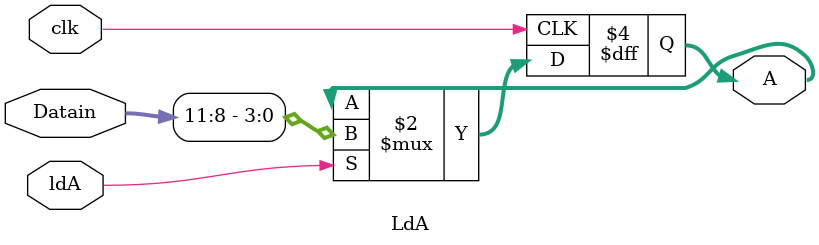
<source format=v>
module LdA(
	A,
	Datain,
	ldA,
	clk
);

output reg [3:0] A;
input wire [11:0] Datain;
input wire ldA;
input wire clk;

always @(posedge clk) begin
	if(ldA)
		A <= Datain[11:8];
end

endmodule

</source>
